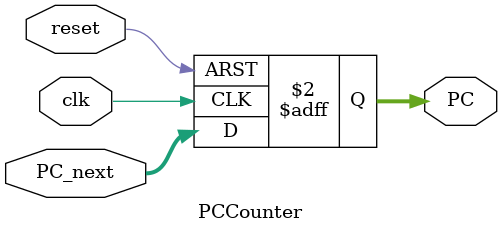
<source format=v>
module PCCounter #(parameter Width = 32) 
(clk,reset , PC_next,  PC);
input clk,reset;
input [Width-1:0] PC_next;
output reg [Width-1:0] PC;
always@(posedge clk or posedge reset)
begin
// output next address when positive edge comes
if (reset)
PC <= 0;
else
PC <= PC_next;

end
endmodule

</source>
